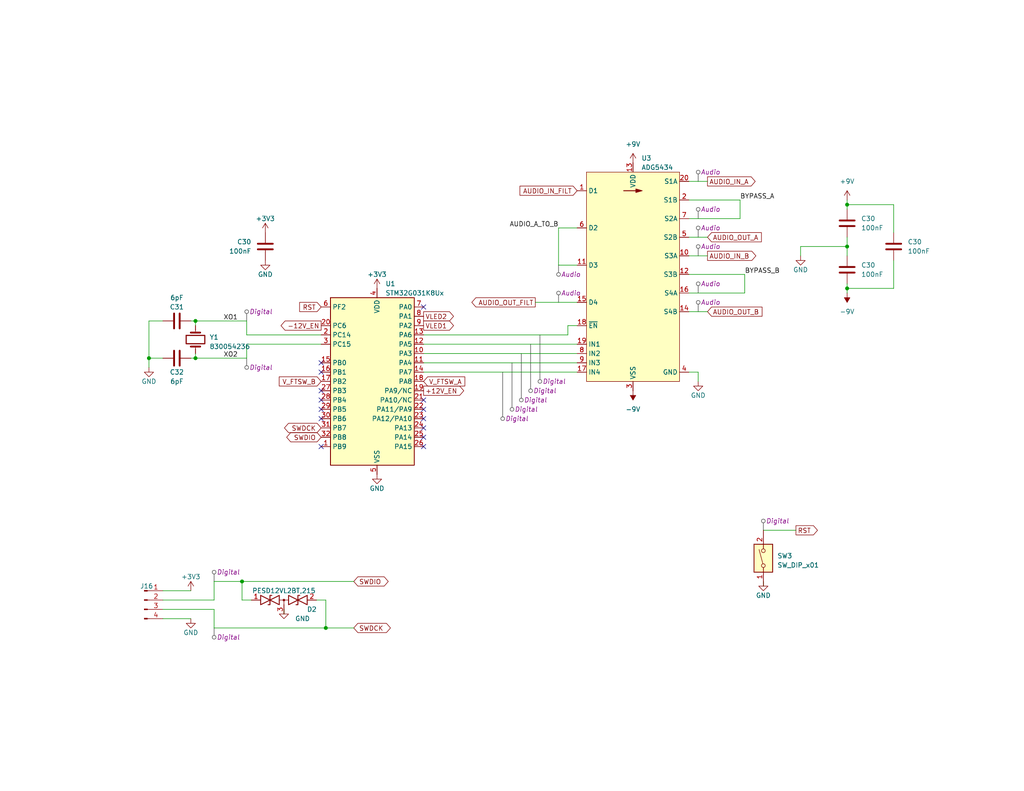
<source format=kicad_sch>
(kicad_sch (version 20230121) (generator eeschema)
  (paper "USLetter")
  (title_block (title "Baseboard") (date "2023-04-28") (rev "A") (company "Alessandro Rizzoni") (comment 1 "SCHEMATIC") (comment 2 "DRAFT") (comment 3 "AIR") (comment 5 "1: ALL COMPONENTS 25V RATING OR GREATER") (comment 6 "2: ALL RESISTORS LOW NOISE THIN FILM, 1% TOLERANCE OR SMALLER, 1/10W RATING OR GREATER") (comment 7 "3: ALL CAPACITORS MLCC, X5R OR X7R DIELECTRIC, 10% TOLERANCE OR SMALLER") (comment 8 "4: DO NOT POPULATE NOTE --TODO--") (comment 9 "5: PCB LAYOUT ACCORDING TO DATASHEET FOR ALL COMPONENTS"))
  (lib_symbols
    (symbol "+9V_1" (power) (pin_names (offset 0))
      (property "Value" "+9V_1" (at 0 3.556 0))
      (symbol "+9V_1_0_1"
        (polyline (pts (xy -0.762 1.27) (xy 0 2.54)))
        (polyline (pts (xy 0 0) (xy 0 2.54)))
        (polyline (pts (xy 0 2.54) (xy 0.762 1.27)))
      )
      (symbol "+9V_1_1_1"
        (pin power_in line (at 0 0 90) (length 0) hide (name "+9V") (number "1"))
      )
    )
    (symbol "-9V_1" (power) (pin_names (offset 0))
      (property "Value" "-9V_1" (at 0 3.81 0))
      (symbol "-9V_1_0_1"
        (polyline (pts (xy 0 0) (xy 0 2.54)))
        (polyline (pts (xy 0.762 1.27) (xy -0.762 1.27) (xy 0 2.54) (xy 0.762 1.27)) (fill (type outline)))
      )
      (symbol "-9V_1_1_1"
        (pin power_in line (at 0 0 90) (length 0) hide (name "-9V") (number "1"))
      )
    )
    (symbol "Connector:Conn_01x04_Pin" (pin_names (offset 1.016) hide)
      (property "Reference" "J" (at 0 5.08 0))
      (property "Value" "Conn_01x04_Pin" (at 0 -7.62 0))
      (symbol "Conn_01x04_Pin_1_1"
        (polyline (pts (xy 1.27 -5.08) (xy 0.8636 -5.08)) (stroke (width 0.1524)))
        (polyline (pts (xy 1.27 -2.54) (xy 0.8636 -2.54)) (stroke (width 0.1524)))
        (polyline (pts (xy 1.27 0) (xy 0.8636 0)) (stroke (width 0.1524)))
        (polyline (pts (xy 1.27 2.54) (xy 0.8636 2.54)) (stroke (width 0.1524)))
        (rectangle (start 0.8636 -4.953) (end 0 -5.207) (stroke (width 0.1524)) (fill (type outline)))
        (rectangle (start 0.8636 -2.413) (end 0 -2.667) (stroke (width 0.1524)) (fill (type outline)))
        (rectangle (start 0.8636 0.127) (end 0 -0.127) (stroke (width 0.1524)) (fill (type outline)))
        (rectangle (start 0.8636 2.667) (end 0 2.413) (stroke (width 0.1524)) (fill (type outline)))
        (pin passive line (at 5.08 2.54 180) (length 3.81) (name "Pin_1") (number "1"))
        (pin passive line (at 5.08 0 180) (length 3.81) (name "Pin_2") (number "2"))
        (pin passive line (at 5.08 -2.54 180) (length 3.81) (name "Pin_3") (number "3"))
        (pin passive line (at 5.08 -5.08 180) (length 3.81) (name "Pin_4") (number "4"))
      )
    )
    (symbol "Device:C" (pin_numbers hide) (pin_names (offset 0.254))
      (property "Reference" "C" (at 0.635 2.54 0))
      (property "Value" "C" (at 0.635 -2.54 0))
      (symbol "C_0_1"
        (polyline (pts (xy -2.032 -0.762) (xy 2.032 -0.762)) (stroke (width 0.508)))
        (polyline (pts (xy -2.032 0.762) (xy 2.032 0.762)) (stroke (width 0.508)))
      )
      (symbol "C_1_1"
        (pin passive line (at 0 3.81 270) (length 2.794) (name "~") (number "1"))
        (pin passive line (at 0 -3.81 90) (length 2.794) (name "~") (number "2"))
      )
    )
    (symbol "Device:Crystal" (pin_numbers hide) (pin_names (offset 1.016) hide)
      (property "Reference" "Y" (at 0 3.81 0))
      (property "Value" "Crystal" (at 0 -3.81 0))
      (symbol "Crystal_0_1"
        (rectangle (start -1.143 2.54) (end 1.143 -2.54) (stroke (width 0.3048)))
        (polyline (pts (xy -2.54 0) (xy -1.905 0)))
        (polyline (pts (xy -1.905 -1.27) (xy -1.905 1.27)) (stroke (width 0.508)))
        (polyline (pts (xy 1.905 -1.27) (xy 1.905 1.27)) (stroke (width 0.508)))
        (polyline (pts (xy 2.54 0) (xy 1.905 0)))
      )
      (symbol "Crystal_1_1"
        (pin passive line (at -3.81 0 0) (length 1.27) (name "1") (number "1"))
        (pin passive line (at 3.81 0 180) (length 1.27) (name "2") (number "2"))
      )
    )
    (symbol "Graphic:SYM_Arrow_Normal" (in_bom no) (on_board no)
      (symbol "SYM_Arrow_Normal_0_1"
        (polyline (pts (xy 1.524 0) (xy -2.54 0)) (stroke (width 0.254)))
        (polyline (pts (xy 2.54 0) (xy 0.762 -0.508) (xy 0.762 0.508) (xy 2.54 0)) (fill (type outline)))
      )
    )
    (symbol "Library:Analog_Devices_ADG5433"
      (property "Reference" "U" (at 0 0 0))
      (property "Value" "ADG5434" (at 0 -2.54 0))
      (symbol "Analog_Devices_ADG5433_0_0"
        (pin bidirectional line (at -15.24 20.32 0) (length 2.54) (name "D1") (number "1"))
        (pin bidirectional line (at 15.24 2.54 180) (length 2.54) (name "S3A") (number "10"))
        (pin bidirectional line (at -15.24 0 0) (length 2.54) (name "D3") (number "11"))
        (pin bidirectional line (at 15.24 -2.54 180) (length 2.54) (name "S3B") (number "12"))
        (pin power_in line (at 0 27.94 270) (length 2.54) (name "VDD") (number "13"))
        (pin bidirectional line (at 15.24 -12.7 180) (length 2.54) (name "S4B") (number "14"))
        (pin bidirectional line (at -15.24 -10.16 0) (length 2.54) (name "D4") (number "15"))
        (pin bidirectional line (at 15.24 -7.62 180) (length 2.54) (name "S4A") (number "16"))
        (pin input line (at -15.24 -29.21 0) (length 2.54) (name "IN4") (number "17"))
        (pin input line (at -15.24 -16.51 0) (length 2.54) (name "~{EN}") (number "18"))
        (pin input line (at -15.24 -21.59 0) (length 2.54) (name "IN1") (number "19"))
        (pin bidirectional line (at 15.24 17.78 180) (length 2.54) (name "S1B") (number "2"))
        (pin bidirectional line (at 15.24 22.86 180) (length 2.54) (name "S1A") (number "20"))
        (pin power_in line (at 0 -34.29 90) (length 2.54) hide (name "VSS") (number "21"))
        (pin power_in line (at 0 -34.29 90) (length 2.54) (name "VSS") (number "3"))
        (pin power_in line (at 15.24 -29.21 180) (length 2.54) (name "GND") (number "4"))
        (pin bidirectional line (at 15.24 7.62 180) (length 2.54) (name "S2B") (number "5"))
        (pin bidirectional line (at -15.24 10.16 0) (length 2.54) (name "D2") (number "6"))
        (pin bidirectional line (at 15.24 12.7 180) (length 2.54) (name "S2A") (number "7"))
        (pin input line (at -15.24 -24.13 0) (length 2.54) (name "IN2") (number "8"))
        (pin input line (at -15.24 -26.67 0) (length 2.54) (name "IN3") (number "9"))
      )
      (symbol "Analog_Devices_ADG5433_1_1"
        (rectangle (start -12.7 25.4) (end 12.7 -31.75) (fill (type background)))
      )
    )
    (symbol "Library:Ground" (power) (pin_names (offset 0))
      (property "Value" "Ground" (at 0 -3.81 0))
      (symbol "Ground_0_1"
        (polyline (pts (xy 0 0) (xy 0 -1.27) (xy 1.27 -1.27) (xy 0 -2.54) (xy -1.27 -1.27) (xy 0 -1.27)))
      )
      (symbol "Ground_1_1"
        (pin power_in line (at 0 0 270) (length 0) hide (name "GND") (number "1"))
      )
    )
    (symbol "Library:PESD12VL2BT,215" (pin_names (offset 1.016) hide)
      (property "Reference" "D1" (at 0 6.35 0))
      (property "Value" "PESD12VL2BT,215" (at 0 3.81 0))
      (symbol "PESD12VL2BT,215_0_0"
        (polyline (pts (xy 0 -1.27) (xy 0 0)))
      )
      (symbol "PESD12VL2BT,215_0_1"
        (polyline (pts (xy 1.27 0) (xy -1.27 0)))
        (polyline (pts (xy -3.302 1.27) (xy -3.81 1.27) (xy -3.81 -1.27) (xy -4.318 -1.27)) (stroke (width 0.254)))
        (polyline (pts (xy 4.318 1.27) (xy 3.81 1.27) (xy 3.81 -1.27) (xy 3.302 -1.27)) (stroke (width 0.254)))
        (polyline (pts (xy -6.35 1.27) (xy -1.27 -1.27) (xy -1.27 1.27) (xy -6.35 -1.27) (xy -6.35 1.27)) (stroke (width 0.254)))
        (polyline (pts (xy 6.35 1.27) (xy 1.27 -1.27) (xy 1.27 1.27) (xy 6.35 -1.27) (xy 6.35 1.27)) (stroke (width 0.254)))
        (circle (center 0 0) (radius 0.254) (fill (type outline)))
      )
      (symbol "PESD12VL2BT,215_1_1"
        (pin passive line (at -8.89 0 0) (length 2.54) (name "A1") (number "1"))
        (pin passive line (at 8.89 0 180) (length 2.54) (name "A2") (number "2"))
        (pin input line (at 0 -3.81 90) (length 2.54) (name "common") (number "3"))
      )
    )
    (symbol "MCU_ST_STM32G0:STM32G031K8Ux"
      (property "Reference" "U1" (at 4.8197 26.67 0))
      (property "Value" "STM32G031K8Ux" (at 4.8197 24.13 0))
      (symbol "STM32G031K8Ux_0_1"
        (rectangle (start -10.16 -22.86) (end 12.7 22.86) (stroke (width 0.254)) (fill (type background)))
      )
      (symbol "STM32G031K8Ux_1_1"
        (pin bidirectional line (at -12.7 -17.78 0) (length 2.54) (name "PB9") (number "1"))
        (pin bidirectional line (at 15.24 7.62 180) (length 2.54) (name "PA3") (number "10"))
        (pin bidirectional line (at 15.24 5.08 180) (length 2.54) (name "PA4") (number "11"))
        (pin bidirectional line (at 15.24 10.16 180) (length 2.54) (name "PA5") (number "12"))
        (pin bidirectional line (at 15.24 12.7 180) (length 2.54) (name "PA6") (number "13"))
        (pin bidirectional line (at 15.24 2.54 180) (length 2.54) (name "PA7") (number "14"))
        (pin bidirectional line (at -12.7 5.08 0) (length 2.54) (name "PB0") (number "15"))
        (pin bidirectional line (at -12.7 2.54 0) (length 2.54) (name "PB1") (number "16"))
        (pin bidirectional line (at -12.7 0 0) (length 2.54) (name "PB2") (number "17"))
        (pin bidirectional line (at 15.24 0 180) (length 2.54) (name "PA8") (number "18"))
        (pin bidirectional line (at 15.24 -2.54 180) (length 2.54) (name "PA9/NC") (number "19"))
        (pin bidirectional line (at -12.7 12.7 0) (length 2.54) (name "PC14") (number "2"))
        (pin bidirectional line (at -12.7 15.24 0) (length 2.54) (name "PC6") (number "20"))
        (pin bidirectional line (at 15.24 -5.08 180) (length 2.54) (name "PA10/NC") (number "21"))
        (pin bidirectional line (at 15.24 -7.62 180) (length 2.54) (name "PA11/PA9") (number "22"))
        (pin bidirectional line (at 15.24 -10.16 180) (length 2.54) (name "PA12/PA10") (number "23"))
        (pin bidirectional line (at 15.24 -12.7 180) (length 2.54) (name "PA13") (number "24"))
        (pin bidirectional line (at 15.24 -15.24 180) (length 2.54) (name "PA14") (number "25"))
        (pin bidirectional line (at 15.24 -17.78 180) (length 2.54) (name "PA15") (number "26"))
        (pin bidirectional line (at -12.7 -2.54 0) (length 2.54) (name "PB3") (number "27"))
        (pin bidirectional line (at -12.7 -5.08 0) (length 2.54) (name "PB4") (number "28"))
        (pin bidirectional line (at -12.7 -7.62 0) (length 2.54) (name "PB5") (number "29"))
        (pin bidirectional line (at -12.7 10.16 0) (length 2.54) (name "PC15") (number "3"))
        (pin bidirectional line (at -12.7 -10.16 0) (length 2.54) (name "PB6") (number "30"))
        (pin bidirectional line (at -12.7 -12.7 0) (length 2.54) (name "PB7") (number "31"))
        (pin bidirectional line (at -12.7 -15.24 0) (length 2.54) (name "PB8") (number "32"))
        (pin passive line (at 2.54 -25.4 90) (length 2.54) hide (name "VSS") (number "33"))
        (pin power_in line (at 2.54 25.4 270) (length 2.54) (name "VDD") (number "4"))
        (pin power_in line (at 2.54 -25.4 90) (length 2.54) (name "VSS") (number "5"))
        (pin bidirectional line (at -12.7 20.32 0) (length 2.54) (name "PF2") (number "6"))
        (pin bidirectional line (at 15.24 20.32 180) (length 2.54) (name "PA0") (number "7"))
        (pin bidirectional line (at 15.24 17.78 180) (length 2.54) (name "PA1") (number "8"))
        (pin bidirectional line (at 15.24 15.24 180) (length 2.54) (name "PA2") (number "9"))
      )
    )
    (symbol "Switch:SW_DIP_x01" (pin_names (offset 0) hide)
      (property "Reference" "SW" (at 0 3.81 0))
      (property "Value" "SW_DIP_x01" (at 0 -3.81 0))
      (symbol "SW_DIP_x01_0_0"
        (circle (center -2.032 0) (radius 0.508))
        (polyline (pts (xy -1.524 0.127) (xy 2.3622 1.1684)))
        (circle (center 2.032 0) (radius 0.508))
      )
      (symbol "SW_DIP_x01_0_1"
        (rectangle (start -3.81 2.54) (end 3.81 -2.54) (stroke (width 0.254)) (fill (type background)))
      )
      (symbol "SW_DIP_x01_1_1"
        (pin passive line (at -7.62 0 0) (length 5.08) (name "~") (number "1"))
        (pin passive line (at 7.62 0 180) (length 5.08) (name "~") (number "2"))
      )
    )
    (symbol "power:+3V3" (power) (pin_names (offset 0))
      (property "Value" "+3V3" (at 0 3.556 0))
      (symbol "+3V3_0_1"
        (polyline (pts (xy -0.762 1.27) (xy 0 2.54)))
        (polyline (pts (xy 0 0) (xy 0 2.54)))
        (polyline (pts (xy 0 2.54) (xy 0.762 1.27)))
      )
      (symbol "+3V3_1_1"
        (pin power_in line (at 0 0 90) (length 0) hide (name "+3V3") (number "1"))
      )
    )
  )
  (junction (at 40.64 97.79))
  (junction (at 88.9 171.45))
  (junction (at 231.14 78.74))
  (junction (at 231.14 67.31))
  (junction (at 53.34 87.63))
  (junction (at 231.14 55.88))
  (junction (at 53.34 97.79))
  (junction (at 66.04 158.75))
  (no_connect (at 87.63 111.76))
  (no_connect (at 87.63 99.06))
  (no_connect (at 115.57 116.84))
  (no_connect (at 115.57 114.3))
  (no_connect (at 115.57 83.82))
  (no_connect (at 115.57 109.22))
  (no_connect (at 87.63 114.3))
  (no_connect (at 87.63 109.22))
  (no_connect (at 87.63 121.92))
  (no_connect (at 87.63 106.68))
  (no_connect (at 115.57 111.76))
  (no_connect (at 87.63 101.6))
  (no_connect (at 115.57 119.38))
  (no_connect (at 115.57 121.92))
  (wire (pts (xy 58.42 163.83) (xy 44.45 163.83)))
  (wire (pts (xy 146.05 82.55) (xy 157.48 82.55)))
  (wire (pts (xy 53.34 87.63) (xy 52.07 87.63)))
  (wire (pts (xy 187.96 74.93) (xy 203.2 74.93)))
  (wire (pts (xy 218.44 67.31) (xy 218.44 69.85)))
  (wire (pts (xy 157.48 88.9) (xy 154.94 88.9)))
  (wire (pts (xy 58.42 171.45) (xy 58.42 166.37)))
  (wire (pts (xy 58.42 166.37) (xy 44.45 166.37)))
  (wire (pts (xy 193.04 85.09) (xy 187.96 85.09)))
  (wire (pts (xy 58.42 158.75) (xy 58.42 163.83)))
  (wire (pts (xy 67.31 93.98) (xy 87.63 93.98)))
  (wire (pts (xy 187.96 49.53) (xy 193.04 49.53)))
  (wire (pts (xy 231.14 55.88) (xy 231.14 57.15)))
  (wire (pts (xy 201.93 59.69) (xy 187.96 59.69)))
  (wire (pts (xy 58.42 171.45) (xy 88.9 171.45)))
  (wire (pts (xy 67.31 93.98) (xy 67.31 97.79)))
  (wire (pts (xy 53.34 96.52) (xy 53.34 97.79)))
  (wire (pts (xy 86.36 163.83) (xy 88.9 163.83)))
  (wire (pts (xy 243.84 78.74) (xy 243.84 71.12)))
  (wire (pts (xy 190.5 101.6) (xy 190.5 104.14)))
  (wire (pts (xy 44.45 161.29) (xy 52.07 161.29)))
  (wire (pts (xy 66.04 163.83) (xy 68.58 163.83)))
  (wire (pts (xy 66.04 158.75) (xy 66.04 163.83)))
  (wire (pts (xy 67.31 91.44) (xy 87.63 91.44)))
  (wire (pts (xy 217.17 144.78) (xy 208.28 144.78)))
  (wire (pts (xy 53.34 88.9) (xy 53.34 87.63)))
  (wire (pts (xy 115.57 91.44) (xy 154.94 91.44)))
  (wire (pts (xy 115.57 93.98) (xy 157.48 93.98)))
  (wire (pts (xy 40.64 97.79) (xy 44.45 97.79)))
  (wire (pts (xy 243.84 55.88) (xy 243.84 63.5)))
  (wire (pts (xy 44.45 87.63) (xy 40.64 87.63)))
  (wire (pts (xy 231.14 64.77) (xy 231.14 67.31)))
  (wire (pts (xy 193.04 64.77) (xy 187.96 64.77)))
  (wire (pts (xy 40.64 97.79) (xy 40.64 100.33)))
  (wire (pts (xy 152.4 72.39) (xy 157.48 72.39)))
  (wire (pts (xy 208.28 158.75) (xy 208.28 160.02)))
  (wire (pts (xy 231.14 78.74) (xy 231.14 80.01)))
  (wire (pts (xy 115.57 96.52) (xy 157.48 96.52)))
  (wire (pts (xy 154.94 88.9) (xy 154.94 91.44)))
  (wire (pts (xy 187.96 69.85) (xy 193.04 69.85)))
  (wire (pts (xy 203.2 80.01) (xy 187.96 80.01)))
  (wire (pts (xy 187.96 101.6) (xy 190.5 101.6)))
  (wire (pts (xy 231.14 55.88) (xy 243.84 55.88)))
  (wire (pts (xy 115.57 99.06) (xy 157.48 99.06)))
  (wire (pts (xy 231.14 67.31) (xy 231.14 69.85)))
  (wire (pts (xy 67.31 87.63) (xy 67.31 91.44)))
  (wire (pts (xy 88.9 163.83) (xy 88.9 171.45)))
  (wire (pts (xy 203.2 74.93) (xy 203.2 80.01)))
  (wire (pts (xy 231.14 78.74) (xy 243.84 78.74)))
  (wire (pts (xy 53.34 97.79) (xy 67.31 97.79)))
  (wire (pts (xy 115.57 101.6) (xy 157.48 101.6)))
  (wire (pts (xy 66.04 158.75) (xy 96.52 158.75)))
  (wire (pts (xy 52.07 97.79) (xy 53.34 97.79)))
  (wire (pts (xy 58.42 158.75) (xy 66.04 158.75)))
  (wire (pts (xy 53.34 87.63) (xy 67.31 87.63)))
  (wire (pts (xy 44.45 168.91) (xy 52.07 168.91)))
  (wire (pts (xy 231.14 54.61) (xy 231.14 55.88)))
  (wire (pts (xy 201.93 54.61) (xy 187.96 54.61)))
  (wire (pts (xy 152.4 62.23) (xy 152.4 72.39)))
  (wire (pts (xy 231.14 77.47) (xy 231.14 78.74)))
  (wire (pts (xy 77.47 166.37) (xy 77.47 167.64)))
  (wire (pts (xy 40.64 87.63) (xy 40.64 97.79)))
  (wire (pts (xy 201.93 54.61) (xy 201.93 59.69)))
  (wire (pts (xy 88.9 171.45) (xy 96.52 171.45)))
  (wire (pts (xy 157.48 62.23) (xy 152.4 62.23)))
  (wire (pts (xy 231.14 67.31) (xy 218.44 67.31)))
  (label "BYPASS_B" (at 203.2 74.93 0))
  (label "AUDIO_A_TO_B" (at 152.4 62.23 180))
  (label "XO2" (at 60.96 97.79 0))
  (label "XO1" (at 60.96 87.63 0))
  (label "BYPASS_A" (at 201.93 54.61 0))
  (global_label "AUDIO_IN_A" (shape output) (at 193.04 49.53 0) (property "Intersheetrefs" "${INTERSHEET_REFS}" (effects hide)))
  (global_label "AUDIO_IN_FILT" (shape input) (at 157.48 52.07 180) (property "Intersheetrefs" "${INTERSHEET_REFS}" (effects hide)))
  (global_label "AUDIO_OUT_A" (shape input) (at 193.04 64.77 0) (property "Intersheetrefs" "${INTERSHEET_REFS}" (effects hide)))
  (global_label "AUDIO_OUT_B" (shape input) (at 193.04 85.09 0) (property "Intersheetrefs" "${INTERSHEET_REFS}" (effects hide)))
  (global_label "SWDCK" (shape bidirectional) (at 87.63 116.84 180) (property "Intersheetrefs" "${INTERSHEET_REFS}" (effects hide)))
  (global_label "+12V_EN" (shape output) (at 115.57 106.68 0) (property "Intersheetrefs" "${INTERSHEET_REFS}" (effects hide)))
  (global_label "V_FTSW_A" (shape input) (at 115.57 104.14 0) (property "Intersheetrefs" "${INTERSHEET_REFS}" (effects hide)))
  (global_label "RST" (shape input) (at 87.63 83.82 180) (property "Intersheetrefs" "${INTERSHEET_REFS}" (effects hide)))
  (global_label "SWDIO" (shape bidirectional) (at 96.52 158.75 0) (property "Intersheetrefs" "${INTERSHEET_REFS}" (effects hide)))
  (global_label "VLED1" (shape output) (at 115.57 88.9 0) (property "Intersheetrefs" "${INTERSHEET_REFS}" (effects hide)))
  (global_label "SWDCK" (shape bidirectional) (at 96.52 171.45 0) (property "Intersheetrefs" "${INTERSHEET_REFS}" (effects hide)))
  (global_label "VLED2" (shape output) (at 115.57 86.36 0) (property "Intersheetrefs" "${INTERSHEET_REFS}" (effects hide)))
  (global_label "SWDIO" (shape bidirectional) (at 87.63 119.38 180) (property "Intersheetrefs" "${INTERSHEET_REFS}" (effects hide)))
  (global_label "RST" (shape output) (at 217.17 144.78 0) (property "Intersheetrefs" "${INTERSHEET_REFS}" (effects hide)))
  (global_label "AUDIO_IN_B" (shape output) (at 193.04 69.85 0) (property "Intersheetrefs" "${INTERSHEET_REFS}" (effects hide)))
  (global_label "V_FTSW_B" (shape input) (at 87.63 104.14 180) (property "Intersheetrefs" "${INTERSHEET_REFS}" (effects hide)))
  (global_label "AUDIO_OUT_FILT" (shape output) (at 146.05 82.55 180) (property "Intersheetrefs" "${INTERSHEET_REFS}" (effects hide)))
  (global_label "-12V_EN" (shape output) (at 87.63 88.9 180) (property "Intersheetrefs" "${INTERSHEET_REFS}" (effects hide)))
  (netclass_flag "" (length 2.54) (shape round) (at 67.31 97.79 180) (property "Digital" "Digital" (at 68.0085 100.33 0) (effects (font italic) (justify left))))
  (netclass_flag "" (length 2.54) (shape round) (at 208.28 144.78 0) (property "Digital" "Digital" (at 208.9785 142.24 0) (effects (font italic) (justify left))))
  (netclass_flag "" (length 12.7) (shape round) (at 147.32 91.44 180) (property "Digital" "Digital" (at 148.0185 104.14 0) (effects (font italic) (justify left))))
  (netclass_flag "" (length 2.54) (shape round) (at 152.4 82.55 0) (property "Audio" "Audio" (at 153.0985 80.01 0) (effects (font italic) (justify left))))
  (netclass_flag "" (length 12.7) (shape round) (at 139.7 99.06 180) (property "Digital" "Digital" (at 140.3985 111.76 0) (effects (font italic) (justify left))))
  (netclass_flag "" (length 2.54) (shape round) (at 190.5 69.85 0) (property "Audio" "Audio" (at 191.1985 67.31 0) (effects (font italic) (justify left))))
  (netclass_flag "" (length 2.54) (shape round) (at 58.42 171.45 180) (property "Digital" "Digital" (at 59.1185 173.99 0) (effects (font italic) (justify left))))
  (netclass_flag "" (length 2.54) (shape round) (at 190.5 85.09 0) (property "Audio" "Audio" (at 191.1985 82.55 0) (effects (font italic) (justify left))))
  (netclass_flag "" (length 12.7) (shape round) (at 144.78 93.98 180) (property "Digital" "Digital" (at 145.4785 106.68 0) (effects (font italic) (justify left))))
  (netclass_flag "" (length 12.7) (shape round) (at 137.16 101.6 180) (property "Digital" "Digital" (at 137.8585 114.3 0) (effects (font italic) (justify left))))
  (netclass_flag "" (length 2.54) (shape round) (at 58.42 158.75 0) (property "Digital" "Digital" (at 59.1185 156.21 0) (effects (font italic) (justify left))))
  (netclass_flag "" (length 2.54) (shape round) (at 152.4 72.39 180) (property "Audio" "Audio" (at 153.0985 74.93 0) (effects (font italic) (justify left))))
  (netclass_flag "" (length 2.54) (shape round) (at 190.5 59.69 0) (property "Audio" "Audio" (at 191.1985 57.15 0) (effects (font italic) (justify left))))
  (netclass_flag "" (length 2.54) (shape round) (at 67.31 87.63 0) (property "Digital" "Digital" (at 68.0085 85.09 0) (effects (font italic) (justify left))))
  (netclass_flag "" (length 2.54) (shape round) (at 190.5 80.01 0) (property "Audio" "Audio" (at 191.1985 77.47 0) (effects (font italic) (justify left))))
  (netclass_flag "" (length 2.54) (shape round) (at 190.5 49.53 0) (property "Audio" "Audio" (at 191.1985 46.99 0) (effects (font italic) (justify left))))
  (netclass_flag "" (length 12.7) (shape round) (at 142.24 96.52 180) (property "Digital" "Digital" (at 142.9385 109.22 0) (effects (font italic) (justify left))))
  (netclass_flag "" (length 2.54) (shape round) (at 190.5 64.77 0) (property "Audio" "Audio" (at 191.1985 62.23 0) (effects (font italic) (justify left))))
  (symbol (lib_id "Library:Ground") (at 72.39 71.12 0) (unit 1)
    (property "Reference" "#PWR039" (effects hide))
    (property "Value" "Ground" (at 72.39 74.93 0))
    (instances (project "1590N1 IO Board" (path "" (reference "#PWR039") (unit 1)) (path "" (reference "#PWR040") (unit 1))))
  )
  (symbol (lib_id "Library:Ground") (at 218.44 69.85 0) (unit 1)
    (property "Reference" "#PWR035" (effects hide))
    (property "Value" "Ground" (at 218.44 73.66 0))
    (instances (project "1590N1 IO Board" (path "" (reference "#PWR035") (unit 1)) (path "" (reference "#PWR026") (unit 1))))
  )
  (symbol (lib_id "Library:Ground") (at 102.87 129.54 0) (unit 1)
    (property "Reference" "#PWR035" (effects hide))
    (property "Value" "Ground" (at 102.87 133.35 0))
    (instances (project "1590N1 IO Board" (path "" (reference "#PWR035") (unit 1)) (path "" (reference "#PWR036") (unit 1))))
  )
  (symbol (lib_id "Library:Ground") (at 77.47 166.37 0) (mirror y) (unit 1)
    (property "Reference" "#PWR03" (effects hide))
    (property "Value" "Ground" (at 82.55 168.91 0))
    (instances (project "1590N1 IO Board" (path "" (reference "#PWR03") (unit 1)) (path "" (reference "#PWR053") (unit 1))))
  )
  (symbol (lib_name "+9V_1") (lib_id "power:+9V") (at 231.14 54.61 0) (unit 1)
    (property "Reference" "#PWR042" (effects hide))
    (property "Value" "+9V" (at 231.14 49.53 0))
    (instances (project "1590N1 IO Board" (path "" (reference "#PWR042") (unit 1)) (path "" (reference "#PWR024") (unit 1))))
  )
  (symbol (lib_id "Library:Ground") (at 52.07 168.91 0) (unit 1)
    (property "Reference" "#PWR037" (effects hide))
    (property "Value" "Ground" (at 52.07 172.72 0))
    (instances (project "1590N1 IO Board" (path "" (reference "#PWR037") (unit 1)) (path "" (reference "#PWR038") (unit 1))))
  )
  (symbol (lib_id "Device:C") (at 243.84 67.31 0) (mirror x) (unit 1)
    (property "Reference" "C30" (at 247.65 66.04 0) (effects (justify left)))
    (property "Value" "100nF" (at 247.65 68.58 0) (effects (justify left)))
    (property "Footprint" "Capacitor_SMD:C_1206_3216Metric" (effects hide))
    (property "Datasheet" "https://www.murata.com/en-us/products/capacitor/ceramiccapacitor/overview/lineup/smd/grm#anchor-2" (effects hide))
    (property "Manufacturer" "Murata" (effects hide))
    (property "Part Number" "GRM31C5C1H104JA01K" (effects hide))
    (instances (project "1590N1 IO Board" (path "" (reference "C30") (unit 1)) (path "" (reference "C18") (unit 1)) (path "" (reference "C35") (unit 1))))
  )
  (symbol (lib_id "Library:Analog_Devices_ADG5433") (at 172.72 72.39 0) (unit 1)
    (property "Reference" "U3" (at 174.9997 43.18 0) (effects (justify left)))
    (property "Value" "ADG5434" (at 174.9997 45.72 0) (effects (justify left)))
    (property "Footprint" "Package_CSP:LFCSP-20-1EP_4x4mm_P0.5mm_EP2.6x2.6mm" (effects hide))
    (property "Datasheet" "https://www.analog.com/media/en/technical-documentation/data-sheets/ADG5433_5434.pdf" (effects hide))
  )
  (symbol (lib_name "-9V_1") (lib_id "power:-9V") (at 231.14 80.01 180) (unit 1)
    (property "Reference" "#PWR043" (effects hide))
    (property "Value" "-9V" (at 231.14 85.09 0))
    (instances (project "1590N1 IO Board" (path "" (reference "#PWR043") (unit 1)) (path "" (reference "#PWR025") (unit 1))))
  )
  (symbol (lib_name "-9V_1") (lib_id "power:-9V") (at 172.72 106.68 180) (unit 1)
    (property "Reference" "#PWR043" (effects hide))
    (property "Value" "-9V" (at 172.72 111.76 0))
  )
  (symbol (lib_id "power:+3V3") (at 52.07 161.29 0) (unit 1)
    (property "Reference" "#PWR012" (effects hide))
    (property "Value" "+3V3" (at 52.07 157.48 0))
    (instances (project "1590N1 IO Board" (path "" (reference "#PWR012") (unit 1)) (path "" (reference "#PWR036") (unit 1)) (path "" (reference "#PWR037") (unit 1))))
  )
  (symbol (lib_id "Device:Crystal") (at 53.34 92.71 270) (unit 1)
    (property "Reference" "Y1" (at 57.15 92.075 90) (effects (justify left)))
    (property "Value" "830054236" (at 57.15 94.615 90) (effects (justify left)))
    (property "Footprint" "Crystal:Crystal_SMD_3215-2Pin_3.2x1.5mm" (effects hide))
    (property "Datasheet" "https://www.we-online.com/components/products/datasheet/830054236.pdf" (effects hide))
  )
  (symbol (lib_name "+9V_1") (lib_id "power:+9V") (at 172.72 44.45 0) (unit 1)
    (property "Reference" "#PWR042" (effects hide))
    (property "Value" "+9V" (at 172.72 39.37 0))
  )
  (symbol (lib_id "Graphic:SYM_Arrow_Normal") (at 172.72 62.23 180) (unit 1) (in_bom no) (on_board no)
    (property "Reference" "#SYM7" (effects hide))
    (property "Value" "SYM_Arrow_Normal" (effects hide))
    (property "Sim.Enable" "0" (effects hide))
  )
  (symbol (lib_id "power:+3V3") (at 102.87 78.74 0) (unit 1)
    (property "Reference" "#PWR012" (effects hide))
    (property "Value" "+3V3" (at 102.87 74.93 0))
    (instances (project "1590N1 IO Board" (path "" (reference "#PWR012") (unit 1)) (path "" (reference "#PWR034") (unit 1)) (path "" (reference "#PWR035") (unit 1))))
  )
  (symbol (lib_id "Graphic:SYM_Arrow_Normal") (at 172.72 72.39 0) (unit 1) (in_bom no) (on_board no)
    (property "Reference" "#SYM8" (effects hide))
    (property "Value" "SYM_Arrow_Normal" (effects hide))
    (property "Sim.Enable" "0" (effects hide))
  )
  (symbol (lib_id "Device:C") (at 48.26 87.63 270) (unit 1)
    (property "Reference" "C31" (at 48.26 83.82 90))
    (property "Value" "6pF" (at 48.26 81.28 90))
    (property "Footprint" "Capacitor_SMD:C_0603_1608Metric" (effects hide))
    (property "Datasheet" "https://product.tdk.com/system/files/dam/doc/product/capacitor/ceramic/mlcc/catalog/mlcc_automotive_general_en.pdf" (effects hide))
    (property "Manufacturer" "TDK" (effects hide))
    (property "Part Number" "CGA3E2C0G1H060D080AA" (effects hide))
    (instances (project "1590N1 IO Board" (path "" (reference "C31") (unit 1)) (path "" (reference "C30") (unit 1))))
  )
  (symbol (lib_id "power:+3V3") (at 72.39 63.5 0) (unit 1)
    (property "Reference" "#PWR012" (effects hide))
    (property "Value" "+3V3" (at 72.39 59.69 0))
    (instances (project "1590N1 IO Board" (path "" (reference "#PWR012") (unit 1)) (path "" (reference "#PWR038") (unit 1)) (path "" (reference "#PWR039") (unit 1))))
  )
  (symbol (lib_id "Device:C") (at 231.14 60.96 0) (mirror x) (unit 1)
    (property "Reference" "C30" (at 234.95 59.69 0) (effects (justify left)))
    (property "Value" "100nF" (at 234.95 62.23 0) (effects (justify left)))
    (property "Footprint" "Capacitor_SMD:C_1206_3216Metric" (effects hide))
    (property "Datasheet" "https://www.murata.com/en-us/products/capacitor/ceramiccapacitor/overview/lineup/smd/grm#anchor-2" (effects hide))
    (property "Manufacturer" "Murata" (effects hide))
    (property "Part Number" "GRM31C5C1H104JA01K" (effects hide))
    (instances (project "1590N1 IO Board" (path "" (reference "C30") (unit 1)) (path "" (reference "C18") (unit 1)) (path "" (reference "C33") (unit 1))))
  )
  (symbol (lib_id "MCU_ST_STM32G0:STM32G031K8Ux") (at 100.33 104.14 0) (unit 1)
    (property "Reference" "U1" (at 105.1497 77.47 0) (effects (justify left)))
    (property "Value" "STM32G031K8Ux" (at 105.1497 80.01 0) (effects (justify left)))
    (property "Footprint" "Package_DFN_QFN:QFN-32-1EP_5x5mm_P0.5mm_EP3.45x3.45mm_ThermalVias" (effects hide))
    (property "Datasheet" "https://www.st.com/resource/en/datasheet/stm32g031k8.pdf" (effects hide))
  )
  (symbol (lib_id "Switch:SW_DIP_x01") (at 208.28 152.4 90) (unit 1)
    (property "Reference" "SW3" (at 212.09 151.765 90) (effects (justify right)))
    (property "Value" "SW_DIP_x01" (at 212.09 154.305 90) (effects (justify right)))
    (property "Footprint" "Button_Switch_SMD:SW_Push_SPST_NO_Alps_SKRK" (effects hide))
  )
  (symbol (lib_id "Graphic:SYM_Arrow_Normal") (at 172.72 82.55 180) (unit 1) (in_bom no) (on_board no)
    (property "Reference" "#SYM9" (effects hide))
    (property "Value" "SYM_Arrow_Normal" (effects hide))
    (property "Sim.Enable" "0" (effects hide))
  )
  (symbol (lib_id "Library:Ground") (at 190.5 104.14 0) (unit 1)
    (property "Reference" "#PWR035" (effects hide))
    (property "Value" "Ground" (at 190.5 107.95 0))
    (instances (project "1590N1 IO Board" (path "" (reference "#PWR035") (unit 1)) (path "" (reference "#PWR044") (unit 1))))
  )
  (symbol (lib_id "Library:Ground") (at 40.64 100.33 0) (unit 1)
    (property "Reference" "#PWR052" (effects hide))
    (property "Value" "Ground" (at 40.64 104.14 0))
    (instances (project "1590N1 IO Board" (path "" (reference "#PWR052") (unit 1)) (path "" (reference "#PWR034") (unit 1))))
  )
  (symbol (lib_id "Device:C") (at 48.26 97.79 270) (mirror x) (unit 1)
    (property "Reference" "C32" (at 48.26 101.6 90))
    (property "Value" "6pF" (at 48.26 104.14 90))
    (property "Footprint" "Capacitor_SMD:C_0603_1608Metric" (effects hide))
    (property "Datasheet" "https://product.tdk.com/system/files/dam/doc/product/capacitor/ceramic/mlcc/catalog/mlcc_automotive_general_en.pdf" (effects hide))
    (property "Manufacturer" "TDK" (effects hide))
    (property "Part Number" "CGA3E2C0G1H060D080AA" (effects hide))
    (instances (project "1590N1 IO Board" (path "" (reference "C32") (unit 1)) (path "" (reference "C31") (unit 1))))
  )
  (symbol (lib_id "Device:C") (at 231.14 73.66 0) (mirror x) (unit 1)
    (property "Reference" "C30" (at 234.95 72.39 0) (effects (justify left)))
    (property "Value" "100nF" (at 234.95 74.93 0) (effects (justify left)))
    (property "Footprint" "Capacitor_SMD:C_1206_3216Metric" (effects hide))
    (property "Datasheet" "https://www.murata.com/en-us/products/capacitor/ceramiccapacitor/overview/lineup/smd/grm#anchor-2" (effects hide))
    (property "Manufacturer" "Murata" (effects hide))
    (property "Part Number" "GRM31C5C1H104JA01K" (effects hide))
    (instances (project "1590N1 IO Board" (path "" (reference "C30") (unit 1)) (path "" (reference "C18") (unit 1)) (path "" (reference "C34") (unit 1))))
  )
  (symbol (lib_id "Library:PESD12VL2BT,215") (at 77.47 163.83 0) (unit 1)
    (property "Reference" "D2" (at 85.09 166.37 0))
    (property "Value" "PESD12VL2BT,215" (at 77.47 161.29 0))
    (property "Footprint" "Package_TO_SOT_SMD:SOT-23" (effects hide))
    (property "Datasheet" "https://assets.nexperia.com/documents/data-sheet/PESDXL2BT_SER.pdf" (effects hide))
    (property "Manufacturer" "Nexperia" (effects hide))
    (property "Part Number" "PESD12VL2BT215" (effects hide))
    (instances (project "1590N1 IO Board" (path "" (reference "D2") (unit 1)) (path "" (reference "D9") (unit 1))))
  )
  (symbol (lib_id "Library:Ground") (at 208.28 158.75 0) (unit 1)
    (property "Reference" "#PWR035" (effects hide))
    (property "Value" "Ground" (at 208.28 162.56 0))
    (instances (project "1590N1 IO Board" (path "" (reference "#PWR035") (unit 1)) (path "" (reference "#PWR041") (unit 1))))
  )
  (symbol (lib_id "Connector:Conn_01x04_Pin") (at 39.37 163.83 0) (unit 1)
    (property "Reference" "J16" (at 40.005 160.02 0))
    (property "Value" "Conn_01x04_Pin" (effects hide))
    (property "Footprint" "Connector_PinHeader_2.54mm:PinHeader_1x04_P2.54mm_Vertical" (effects hide))
  )
  (symbol (lib_id "Graphic:SYM_Arrow_Normal") (at 172.72 52.07 0) (unit 1) (in_bom no) (on_board no)
    (property "Reference" "#SYM6" (effects hide))
    (property "Value" "SYM_Arrow_Normal" (effects hide))
    (property "Sim.Enable" "0" (effects hide))
  )
  (symbol (lib_id "Device:C") (at 72.39 67.31 180) (unit 1)
    (property "Reference" "C30" (at 68.58 66.04 0) (effects (justify left)))
    (property "Value" "100nF" (at 68.58 68.58 0) (effects (justify left)))
    (property "Footprint" "Capacitor_SMD:C_1206_3216Metric" (effects hide))
    (property "Datasheet" "https://www.murata.com/en-us/products/capacitor/ceramiccapacitor/overview/lineup/smd/grm#anchor-2" (effects hide))
    (property "Manufacturer" "Murata" (effects hide))
    (property "Part Number" "GRM31C5C1H104JA01K" (effects hide))
    (instances (project "1590N1 IO Board" (path "" (reference "C30") (unit 1)) (path "" (reference "C18") (unit 1)) (path "" (reference "C32") (unit 1))))
  )
)
</source>
